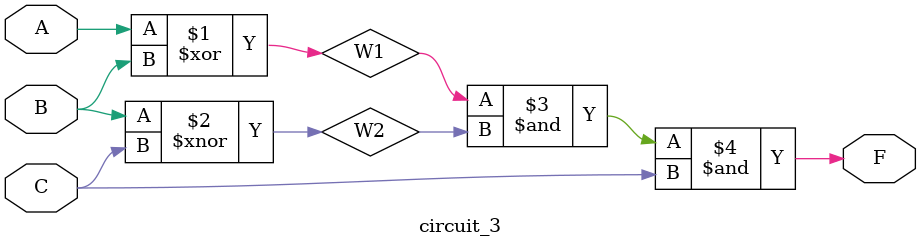
<source format=v>
module circuit_3(input A, B, C, output F);

wire W1, W2;

assign W1 = A ^ B;
assign W2 = B ~^ C;
assign F = W1 & W2 & C;

endmodule
</source>
